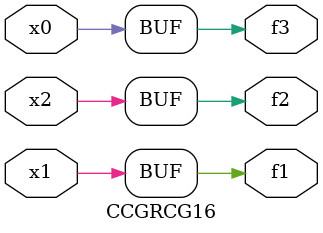
<source format=v>
module CCGRCG16(
	input x0, x1, x2,
	output f1, f2, f3
);
	assign f1 = x1;
	assign f2 = x2;
	assign f3 = x0;
endmodule

</source>
